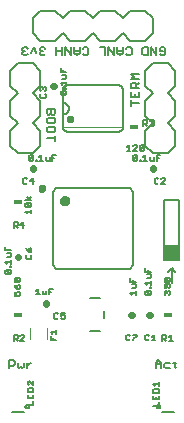
<source format=gto>
G04 EAGLE Gerber RS-274X export*
G75*
%MOMM*%
%FSLAX34Y34*%
%LPD*%
%INSilkscreen Top*%
%IPPOS*%
%AMOC8*
5,1,8,0,0,1.08239X$1,22.5*%
G01*
%ADD10C,0.127000*%
%ADD11C,0.406400*%
%ADD12C,0.203200*%
%ADD13C,0.558800*%
%ADD14R,0.762000X0.457200*%
%ADD15C,0.152400*%
%ADD16C,0.400000*%
%ADD17C,0.050800*%

G36*
X149295Y143837D02*
X149295Y143837D01*
X149361Y143839D01*
X149404Y143857D01*
X149451Y143865D01*
X149508Y143899D01*
X149568Y143924D01*
X149603Y143955D01*
X149644Y143980D01*
X149686Y144031D01*
X149734Y144075D01*
X149756Y144117D01*
X149785Y144154D01*
X149806Y144216D01*
X149837Y144275D01*
X149845Y144329D01*
X149857Y144366D01*
X149856Y144406D01*
X149864Y144460D01*
X149864Y157160D01*
X149853Y157225D01*
X149851Y157291D01*
X149833Y157334D01*
X149825Y157381D01*
X149791Y157438D01*
X149766Y157498D01*
X149735Y157533D01*
X149710Y157574D01*
X149659Y157616D01*
X149615Y157664D01*
X149573Y157686D01*
X149536Y157715D01*
X149474Y157736D01*
X149415Y157767D01*
X149361Y157775D01*
X149324Y157787D01*
X149284Y157786D01*
X149230Y157794D01*
X136530Y157794D01*
X136465Y157783D01*
X136399Y157781D01*
X136356Y157763D01*
X136309Y157755D01*
X136252Y157721D01*
X136192Y157696D01*
X136157Y157665D01*
X136116Y157640D01*
X136075Y157589D01*
X136026Y157545D01*
X136004Y157503D01*
X135975Y157466D01*
X135954Y157404D01*
X135923Y157345D01*
X135915Y157291D01*
X135903Y157254D01*
X135903Y157240D01*
X135903Y157239D01*
X135904Y157212D01*
X135896Y157160D01*
X135896Y144460D01*
X135907Y144395D01*
X135909Y144329D01*
X135927Y144286D01*
X135935Y144239D01*
X135969Y144182D01*
X135994Y144122D01*
X136025Y144087D01*
X136050Y144046D01*
X136101Y144005D01*
X136145Y143956D01*
X136187Y143934D01*
X136224Y143905D01*
X136286Y143884D01*
X136345Y143853D01*
X136399Y143845D01*
X136436Y143833D01*
X136476Y143834D01*
X136530Y143826D01*
X149230Y143826D01*
X149295Y143837D01*
G37*
D10*
X19050Y20638D02*
X19052Y20717D01*
X19058Y20796D01*
X19068Y20875D01*
X19081Y20953D01*
X19099Y21030D01*
X19121Y21106D01*
X19146Y21181D01*
X19175Y21255D01*
X19207Y21327D01*
X19243Y21397D01*
X19283Y21466D01*
X19326Y21533D01*
X19372Y21597D01*
X19422Y21659D01*
X19474Y21718D01*
X19529Y21775D01*
X19587Y21829D01*
X19648Y21880D01*
X19711Y21927D01*
X19776Y21972D01*
X19844Y22013D01*
X19914Y22051D01*
X19985Y22085D01*
X20058Y22116D01*
X20132Y22143D01*
X20208Y22167D01*
X20285Y22186D01*
X20362Y22202D01*
X20441Y22214D01*
X20519Y22222D01*
X20598Y22226D01*
X20678Y22226D01*
X20757Y22222D01*
X20835Y22214D01*
X20914Y22202D01*
X20991Y22186D01*
X21068Y22167D01*
X21144Y22143D01*
X21218Y22116D01*
X21291Y22085D01*
X21362Y22051D01*
X21432Y22013D01*
X21500Y21972D01*
X21565Y21927D01*
X21628Y21880D01*
X21689Y21829D01*
X21747Y21775D01*
X21802Y21718D01*
X21854Y21659D01*
X21904Y21597D01*
X21950Y21533D01*
X21993Y21466D01*
X22033Y21397D01*
X22069Y21327D01*
X22101Y21255D01*
X22130Y21181D01*
X22155Y21106D01*
X22177Y21030D01*
X22195Y20953D01*
X22208Y20875D01*
X22218Y20796D01*
X22224Y20717D01*
X22226Y20638D01*
X22224Y20559D01*
X22218Y20480D01*
X22208Y20401D01*
X22195Y20323D01*
X22177Y20246D01*
X22155Y20170D01*
X22130Y20095D01*
X22101Y20021D01*
X22069Y19949D01*
X22033Y19879D01*
X21993Y19810D01*
X21950Y19743D01*
X21904Y19679D01*
X21854Y19617D01*
X21802Y19558D01*
X21747Y19501D01*
X21689Y19447D01*
X21628Y19396D01*
X21565Y19349D01*
X21500Y19304D01*
X21432Y19263D01*
X21362Y19225D01*
X21291Y19191D01*
X21218Y19160D01*
X21144Y19133D01*
X21068Y19109D01*
X20991Y19090D01*
X20914Y19074D01*
X20835Y19062D01*
X20757Y19054D01*
X20678Y19050D01*
X20598Y19050D01*
X20519Y19054D01*
X20441Y19062D01*
X20362Y19074D01*
X20285Y19090D01*
X20208Y19109D01*
X20132Y19133D01*
X20058Y19160D01*
X19985Y19191D01*
X19914Y19225D01*
X19844Y19263D01*
X19776Y19304D01*
X19711Y19349D01*
X19648Y19396D01*
X19587Y19447D01*
X19529Y19501D01*
X19474Y19558D01*
X19422Y19617D01*
X19372Y19679D01*
X19326Y19743D01*
X19283Y19810D01*
X19243Y19879D01*
X19207Y19949D01*
X19175Y20021D01*
X19146Y20095D01*
X19121Y20170D01*
X19099Y20246D01*
X19081Y20323D01*
X19068Y20401D01*
X19058Y20480D01*
X19052Y20559D01*
X19050Y20638D01*
X130175Y20638D02*
X130177Y20717D01*
X130183Y20796D01*
X130193Y20875D01*
X130206Y20953D01*
X130224Y21030D01*
X130246Y21106D01*
X130271Y21181D01*
X130300Y21255D01*
X130332Y21327D01*
X130368Y21397D01*
X130408Y21466D01*
X130451Y21533D01*
X130497Y21597D01*
X130547Y21659D01*
X130599Y21718D01*
X130654Y21775D01*
X130712Y21829D01*
X130773Y21880D01*
X130836Y21927D01*
X130901Y21972D01*
X130969Y22013D01*
X131039Y22051D01*
X131110Y22085D01*
X131183Y22116D01*
X131257Y22143D01*
X131333Y22167D01*
X131410Y22186D01*
X131487Y22202D01*
X131566Y22214D01*
X131644Y22222D01*
X131723Y22226D01*
X131803Y22226D01*
X131882Y22222D01*
X131960Y22214D01*
X132039Y22202D01*
X132116Y22186D01*
X132193Y22167D01*
X132269Y22143D01*
X132343Y22116D01*
X132416Y22085D01*
X132487Y22051D01*
X132557Y22013D01*
X132625Y21972D01*
X132690Y21927D01*
X132753Y21880D01*
X132814Y21829D01*
X132872Y21775D01*
X132927Y21718D01*
X132979Y21659D01*
X133029Y21597D01*
X133075Y21533D01*
X133118Y21466D01*
X133158Y21397D01*
X133194Y21327D01*
X133226Y21255D01*
X133255Y21181D01*
X133280Y21106D01*
X133302Y21030D01*
X133320Y20953D01*
X133333Y20875D01*
X133343Y20796D01*
X133349Y20717D01*
X133351Y20638D01*
X133349Y20559D01*
X133343Y20480D01*
X133333Y20401D01*
X133320Y20323D01*
X133302Y20246D01*
X133280Y20170D01*
X133255Y20095D01*
X133226Y20021D01*
X133194Y19949D01*
X133158Y19879D01*
X133118Y19810D01*
X133075Y19743D01*
X133029Y19679D01*
X132979Y19617D01*
X132927Y19558D01*
X132872Y19501D01*
X132814Y19447D01*
X132753Y19396D01*
X132690Y19349D01*
X132625Y19304D01*
X132557Y19263D01*
X132487Y19225D01*
X132416Y19191D01*
X132343Y19160D01*
X132269Y19133D01*
X132193Y19109D01*
X132116Y19090D01*
X132039Y19074D01*
X131960Y19062D01*
X131882Y19054D01*
X131803Y19050D01*
X131723Y19050D01*
X131644Y19054D01*
X131566Y19062D01*
X131487Y19074D01*
X131410Y19090D01*
X131333Y19109D01*
X131257Y19133D01*
X131183Y19160D01*
X131110Y19191D01*
X131039Y19225D01*
X130969Y19263D01*
X130901Y19304D01*
X130836Y19349D01*
X130773Y19396D01*
X130712Y19447D01*
X130654Y19501D01*
X130599Y19558D01*
X130547Y19617D01*
X130497Y19679D01*
X130451Y19743D01*
X130408Y19810D01*
X130368Y19879D01*
X130332Y19949D01*
X130300Y20021D01*
X130271Y20095D01*
X130246Y20170D01*
X130224Y20246D01*
X130206Y20323D01*
X130193Y20401D01*
X130183Y20480D01*
X130177Y20559D01*
X130175Y20638D01*
X68958Y317939D02*
X67814Y319083D01*
X68958Y317939D02*
X71246Y317939D01*
X72390Y319083D01*
X72390Y323659D01*
X71246Y324803D01*
X68958Y324803D01*
X67814Y323659D01*
X64906Y324803D02*
X64906Y320227D01*
X62618Y317939D01*
X60330Y320227D01*
X60330Y324803D01*
X60330Y321371D02*
X64906Y321371D01*
X57422Y324803D02*
X57422Y317939D01*
X52846Y324803D01*
X52846Y317939D01*
X49938Y317939D02*
X49938Y324803D01*
X49938Y321371D02*
X45362Y321371D01*
X45362Y317939D02*
X45362Y324803D01*
X104327Y319083D02*
X105471Y317939D01*
X107759Y317939D01*
X108903Y319083D01*
X108903Y323659D01*
X107759Y324803D01*
X105471Y324803D01*
X104327Y323659D01*
X101418Y324803D02*
X101418Y320227D01*
X99130Y317939D01*
X96842Y320227D01*
X96842Y324803D01*
X96842Y321371D02*
X101418Y321371D01*
X93934Y324803D02*
X93934Y317939D01*
X89358Y324803D01*
X89358Y317939D01*
X86450Y317939D02*
X86450Y324803D01*
X81874Y324803D01*
X132902Y319083D02*
X134046Y317939D01*
X136334Y317939D01*
X137478Y319083D01*
X137478Y323659D01*
X136334Y324803D01*
X134046Y324803D01*
X132902Y323659D01*
X132902Y321371D01*
X135190Y321371D01*
X129993Y324803D02*
X129993Y317939D01*
X125417Y324803D01*
X125417Y317939D01*
X122509Y317939D02*
X122509Y324803D01*
X119077Y324803D01*
X117933Y323659D01*
X117933Y319083D01*
X119077Y317939D01*
X122509Y317939D01*
X115253Y277560D02*
X108389Y277560D01*
X108389Y275273D02*
X108389Y279848D01*
X108389Y282757D02*
X108389Y287333D01*
X108389Y282757D02*
X115253Y282757D01*
X115253Y287333D01*
X111821Y285045D02*
X111821Y282757D01*
X115253Y290241D02*
X108389Y290241D01*
X108389Y293673D01*
X109533Y294817D01*
X111821Y294817D01*
X112965Y293673D01*
X112965Y290241D01*
X112965Y292529D02*
X115253Y294817D01*
X115253Y297725D02*
X108389Y297725D01*
X110677Y300013D01*
X108389Y302301D01*
X115253Y302301D01*
X44011Y272415D02*
X37148Y272415D01*
X44011Y272415D02*
X44011Y268983D01*
X42867Y267839D01*
X41723Y267839D01*
X40579Y268983D01*
X39435Y267839D01*
X38291Y267839D01*
X37148Y268983D01*
X37148Y272415D01*
X40579Y272415D02*
X40579Y268983D01*
X44011Y263787D02*
X44011Y261499D01*
X44011Y263787D02*
X42867Y264931D01*
X38291Y264931D01*
X37148Y263787D01*
X37148Y261499D01*
X38291Y260355D01*
X42867Y260355D01*
X44011Y261499D01*
X44011Y256303D02*
X44011Y254015D01*
X44011Y256303D02*
X42867Y257447D01*
X38291Y257447D01*
X37148Y256303D01*
X37148Y254015D01*
X38291Y252871D01*
X42867Y252871D01*
X44011Y254015D01*
X44011Y247675D02*
X37148Y247675D01*
X44011Y249963D02*
X44011Y245387D01*
X5398Y59886D02*
X5398Y53023D01*
X5398Y59886D02*
X8829Y59886D01*
X9973Y58742D01*
X9973Y56454D01*
X8829Y55310D01*
X5398Y55310D01*
X12882Y54166D02*
X12882Y57598D01*
X12882Y54166D02*
X14026Y53023D01*
X15170Y54166D01*
X16314Y53023D01*
X17458Y54166D01*
X17458Y57598D01*
X20366Y57598D02*
X20366Y53023D01*
X20366Y55310D02*
X22654Y57598D01*
X23798Y57598D01*
X129223Y57598D02*
X129223Y53023D01*
X129223Y57598D02*
X131510Y59886D01*
X133798Y57598D01*
X133798Y53023D01*
X133798Y56454D02*
X129223Y56454D01*
X137851Y57598D02*
X141283Y57598D01*
X137851Y57598D02*
X136707Y56454D01*
X136707Y54166D01*
X137851Y53023D01*
X141283Y53023D01*
X145335Y54166D02*
X145335Y58742D01*
X145335Y54166D02*
X146479Y53023D01*
X146479Y57598D02*
X144191Y57598D01*
X34734Y317939D02*
X35878Y319083D01*
X34734Y317939D02*
X32446Y317939D01*
X31302Y319083D01*
X31302Y320227D01*
X32446Y321371D01*
X33590Y321371D01*
X32446Y321371D02*
X31302Y322515D01*
X31302Y323659D01*
X32446Y324803D01*
X34734Y324803D01*
X35878Y323659D01*
X28393Y320227D02*
X26105Y324803D01*
X23817Y320227D01*
X20909Y319083D02*
X19765Y317939D01*
X17477Y317939D01*
X16333Y319083D01*
X16333Y320227D01*
X17477Y321371D01*
X18621Y321371D01*
X17477Y321371D02*
X16333Y322515D01*
X16333Y323659D01*
X17477Y324803D01*
X19765Y324803D01*
X20909Y323659D01*
D11*
X31963Y205315D02*
X31965Y205378D01*
X31971Y205440D01*
X31981Y205502D01*
X31994Y205564D01*
X32012Y205624D01*
X32033Y205683D01*
X32058Y205741D01*
X32087Y205797D01*
X32119Y205851D01*
X32154Y205903D01*
X32192Y205952D01*
X32234Y206000D01*
X32278Y206044D01*
X32326Y206086D01*
X32375Y206124D01*
X32427Y206159D01*
X32481Y206191D01*
X32537Y206220D01*
X32595Y206245D01*
X32654Y206266D01*
X32714Y206284D01*
X32776Y206297D01*
X32838Y206307D01*
X32900Y206313D01*
X32963Y206315D01*
X33026Y206313D01*
X33088Y206307D01*
X33150Y206297D01*
X33212Y206284D01*
X33272Y206266D01*
X33331Y206245D01*
X33389Y206220D01*
X33445Y206191D01*
X33499Y206159D01*
X33551Y206124D01*
X33600Y206086D01*
X33648Y206044D01*
X33692Y206000D01*
X33734Y205952D01*
X33772Y205903D01*
X33807Y205851D01*
X33839Y205797D01*
X33868Y205741D01*
X33893Y205683D01*
X33914Y205624D01*
X33932Y205564D01*
X33945Y205502D01*
X33955Y205440D01*
X33961Y205378D01*
X33963Y205315D01*
X33961Y205252D01*
X33955Y205190D01*
X33945Y205128D01*
X33932Y205066D01*
X33914Y205006D01*
X33893Y204947D01*
X33868Y204889D01*
X33839Y204833D01*
X33807Y204779D01*
X33772Y204727D01*
X33734Y204678D01*
X33692Y204630D01*
X33648Y204586D01*
X33600Y204544D01*
X33551Y204506D01*
X33499Y204471D01*
X33445Y204439D01*
X33389Y204410D01*
X33331Y204385D01*
X33272Y204364D01*
X33212Y204346D01*
X33150Y204333D01*
X33088Y204323D01*
X33026Y204317D01*
X32963Y204315D01*
X32900Y204317D01*
X32838Y204323D01*
X32776Y204333D01*
X32714Y204346D01*
X32654Y204364D01*
X32595Y204385D01*
X32537Y204410D01*
X32481Y204439D01*
X32427Y204471D01*
X32375Y204506D01*
X32326Y204544D01*
X32278Y204586D01*
X32234Y204630D01*
X32192Y204678D01*
X32154Y204727D01*
X32119Y204779D01*
X32087Y204833D01*
X32058Y204889D01*
X32033Y204947D01*
X32012Y205006D01*
X31994Y205066D01*
X31981Y205128D01*
X31971Y205190D01*
X31965Y205252D01*
X31963Y205315D01*
X55775Y264053D02*
X55777Y264116D01*
X55783Y264178D01*
X55793Y264240D01*
X55806Y264302D01*
X55824Y264362D01*
X55845Y264421D01*
X55870Y264479D01*
X55899Y264535D01*
X55931Y264589D01*
X55966Y264641D01*
X56004Y264690D01*
X56046Y264738D01*
X56090Y264782D01*
X56138Y264824D01*
X56187Y264862D01*
X56239Y264897D01*
X56293Y264929D01*
X56349Y264958D01*
X56407Y264983D01*
X56466Y265004D01*
X56526Y265022D01*
X56588Y265035D01*
X56650Y265045D01*
X56712Y265051D01*
X56775Y265053D01*
X56838Y265051D01*
X56900Y265045D01*
X56962Y265035D01*
X57024Y265022D01*
X57084Y265004D01*
X57143Y264983D01*
X57201Y264958D01*
X57257Y264929D01*
X57311Y264897D01*
X57363Y264862D01*
X57412Y264824D01*
X57460Y264782D01*
X57504Y264738D01*
X57546Y264690D01*
X57584Y264641D01*
X57619Y264589D01*
X57651Y264535D01*
X57680Y264479D01*
X57705Y264421D01*
X57726Y264362D01*
X57744Y264302D01*
X57757Y264240D01*
X57767Y264178D01*
X57773Y264116D01*
X57775Y264053D01*
X57773Y263990D01*
X57767Y263928D01*
X57757Y263866D01*
X57744Y263804D01*
X57726Y263744D01*
X57705Y263685D01*
X57680Y263627D01*
X57651Y263571D01*
X57619Y263517D01*
X57584Y263465D01*
X57546Y263416D01*
X57504Y263368D01*
X57460Y263324D01*
X57412Y263282D01*
X57363Y263244D01*
X57311Y263209D01*
X57257Y263177D01*
X57201Y263148D01*
X57143Y263123D01*
X57084Y263102D01*
X57024Y263084D01*
X56962Y263071D01*
X56900Y263061D01*
X56838Y263055D01*
X56775Y263053D01*
X56712Y263055D01*
X56650Y263061D01*
X56588Y263071D01*
X56526Y263084D01*
X56466Y263102D01*
X56407Y263123D01*
X56349Y263148D01*
X56293Y263177D01*
X56239Y263209D01*
X56187Y263244D01*
X56138Y263282D01*
X56090Y263324D01*
X56046Y263368D01*
X56004Y263416D01*
X55966Y263465D01*
X55931Y263517D01*
X55899Y263571D01*
X55870Y263627D01*
X55845Y263685D01*
X55824Y263744D01*
X55806Y263804D01*
X55793Y263866D01*
X55783Y263928D01*
X55777Y263990D01*
X55775Y264053D01*
D12*
X73496Y84196D02*
X82084Y84196D01*
X82084Y112644D02*
X73496Y112644D01*
X85894Y101104D02*
X85894Y95736D01*
D10*
X134938Y15875D02*
X144463Y15875D01*
X132080Y21114D02*
X127250Y21114D01*
X132080Y21114D02*
X132080Y24334D01*
X127250Y26727D02*
X127250Y29947D01*
X127250Y26727D02*
X132080Y26727D01*
X132080Y29947D01*
X129665Y28337D02*
X129665Y26727D01*
X127250Y32340D02*
X132080Y32340D01*
X132080Y34755D01*
X131275Y35560D01*
X128055Y35560D01*
X127250Y34755D01*
X127250Y32340D01*
X128860Y37953D02*
X127250Y39563D01*
X132080Y39563D01*
X132080Y37953D02*
X132080Y41173D01*
D13*
X36510Y107645D02*
X36510Y108255D01*
D10*
X45751Y99763D02*
X46556Y98958D01*
X45751Y99763D02*
X44141Y99763D01*
X43336Y98958D01*
X43336Y95738D01*
X44141Y94933D01*
X45751Y94933D01*
X46556Y95738D01*
X48949Y99763D02*
X52169Y99763D01*
X48949Y99763D02*
X48949Y97348D01*
X50559Y98153D01*
X51364Y98153D01*
X52169Y97348D01*
X52169Y95738D01*
X51364Y94933D01*
X49754Y94933D01*
X48949Y95738D01*
X27926Y118727D02*
X29536Y120337D01*
X29536Y115507D01*
X27926Y115507D02*
X31146Y115507D01*
X33539Y116312D02*
X33539Y118727D01*
X33539Y116312D02*
X34344Y115507D01*
X36759Y115507D01*
X36759Y118727D01*
X39152Y120337D02*
X39152Y115507D01*
X39152Y120337D02*
X42372Y120337D01*
X40762Y117922D02*
X39152Y117922D01*
D13*
X108435Y98420D02*
X109045Y98420D01*
D10*
X106869Y81501D02*
X107674Y80696D01*
X106869Y81501D02*
X105259Y81501D01*
X104454Y80696D01*
X104454Y77476D01*
X105259Y76671D01*
X106869Y76671D01*
X107674Y77476D01*
X110067Y81501D02*
X113287Y81501D01*
X113287Y80696D01*
X110067Y77476D01*
X110067Y76671D01*
X109076Y115236D02*
X107466Y116846D01*
X112296Y116846D01*
X112296Y115236D02*
X112296Y118456D01*
X111491Y120849D02*
X109076Y120849D01*
X111491Y120849D02*
X112296Y121654D01*
X112296Y124069D01*
X109076Y124069D01*
X107466Y126462D02*
X112296Y126462D01*
X107466Y126462D02*
X107466Y129682D01*
X109881Y128072D02*
X109881Y126462D01*
D14*
X139700Y98420D03*
D10*
X134824Y81279D02*
X134824Y76449D01*
X134824Y81279D02*
X137239Y81279D01*
X138044Y80474D01*
X138044Y78864D01*
X137239Y78059D01*
X134824Y78059D01*
X136434Y78059D02*
X138044Y76449D01*
X140437Y79669D02*
X142047Y81279D01*
X142047Y76449D01*
X140437Y76449D02*
X143657Y76449D01*
X137643Y115236D02*
X136838Y116041D01*
X136838Y117651D01*
X137643Y118456D01*
X138448Y118456D01*
X139253Y117651D01*
X139253Y116846D01*
X139253Y117651D02*
X140058Y118456D01*
X140864Y118456D01*
X141669Y117651D01*
X141669Y116041D01*
X140864Y115236D01*
X140864Y120849D02*
X141669Y121654D01*
X141669Y123264D01*
X140864Y124069D01*
X137643Y124069D01*
X136838Y123264D01*
X136838Y121654D01*
X137643Y120849D01*
X138448Y120849D01*
X139253Y121654D01*
X139253Y124069D01*
X140864Y126462D02*
X137643Y126462D01*
X136838Y127267D01*
X136838Y128877D01*
X137643Y129682D01*
X140864Y129682D01*
X141669Y128877D01*
X141669Y127267D01*
X140864Y126462D01*
X137643Y129682D01*
D13*
X127000Y221945D02*
X127000Y222555D01*
D10*
X130889Y213840D02*
X131694Y213035D01*
X130889Y213840D02*
X129279Y213840D01*
X128474Y213035D01*
X128474Y209815D01*
X129279Y209010D01*
X130889Y209010D01*
X131694Y209815D01*
X134087Y209010D02*
X137307Y209010D01*
X134087Y209010D02*
X137307Y212230D01*
X137307Y213035D01*
X136502Y213840D01*
X134892Y213840D01*
X134087Y213035D01*
X110490Y229723D02*
X110490Y232943D01*
X111295Y233748D01*
X112905Y233748D01*
X113710Y232943D01*
X113710Y229723D01*
X112905Y228918D01*
X111295Y228918D01*
X110490Y229723D01*
X113710Y232943D01*
X116103Y229723D02*
X116103Y228918D01*
X116103Y229723D02*
X116908Y229723D01*
X116908Y228918D01*
X116103Y228918D01*
X118910Y232138D02*
X120520Y233748D01*
X120520Y228918D01*
X118910Y228918D02*
X122130Y228918D01*
X124523Y229723D02*
X124523Y232138D01*
X124523Y229723D02*
X125328Y228918D01*
X127743Y228918D01*
X127743Y232138D01*
X130136Y233748D02*
X130136Y228918D01*
X130136Y233748D02*
X133356Y233748D01*
X131746Y231333D02*
X130136Y231333D01*
D13*
X124125Y98420D02*
X123515Y98420D01*
D10*
X122743Y81501D02*
X123548Y80696D01*
X122743Y81501D02*
X121133Y81501D01*
X120328Y80696D01*
X120328Y77476D01*
X121133Y76671D01*
X122743Y76671D01*
X123548Y77476D01*
X125941Y79891D02*
X127551Y81501D01*
X127551Y76671D01*
X125941Y76671D02*
X129161Y76671D01*
X124285Y115248D02*
X121065Y115248D01*
X120260Y116053D01*
X120260Y117663D01*
X121065Y118468D01*
X124285Y118468D01*
X125090Y117663D01*
X125090Y116053D01*
X124285Y115248D01*
X121065Y118468D01*
X124285Y120861D02*
X125090Y120861D01*
X124285Y120861D02*
X124285Y121666D01*
X125090Y121666D01*
X125090Y120861D01*
X121870Y123667D02*
X120260Y125277D01*
X125090Y125277D01*
X125090Y123667D02*
X125090Y126887D01*
X124285Y129280D02*
X121870Y129280D01*
X124285Y129280D02*
X125090Y130085D01*
X125090Y132500D01*
X121870Y132500D01*
X120260Y134893D02*
X125090Y134893D01*
X120260Y134893D02*
X120260Y138113D01*
X122675Y136503D02*
X122675Y134893D01*
D15*
X107200Y137450D02*
X45200Y137450D01*
X110200Y140450D02*
X110200Y202450D01*
X107200Y205450D02*
X45200Y205450D01*
X42200Y202450D01*
X42200Y140450D01*
X45200Y137450D01*
X107200Y137450D02*
X110200Y140450D01*
X110200Y202450D02*
X107200Y205450D01*
D16*
X50200Y194950D02*
X50202Y195039D01*
X50208Y195128D01*
X50218Y195217D01*
X50232Y195305D01*
X50249Y195392D01*
X50271Y195478D01*
X50297Y195564D01*
X50326Y195648D01*
X50359Y195731D01*
X50395Y195812D01*
X50436Y195892D01*
X50479Y195969D01*
X50526Y196045D01*
X50577Y196118D01*
X50630Y196189D01*
X50687Y196258D01*
X50747Y196324D01*
X50810Y196388D01*
X50875Y196448D01*
X50943Y196506D01*
X51014Y196560D01*
X51087Y196611D01*
X51162Y196659D01*
X51239Y196704D01*
X51318Y196745D01*
X51399Y196782D01*
X51481Y196816D01*
X51565Y196847D01*
X51650Y196873D01*
X51736Y196896D01*
X51823Y196914D01*
X51911Y196929D01*
X52000Y196940D01*
X52089Y196947D01*
X52178Y196950D01*
X52267Y196949D01*
X52356Y196944D01*
X52444Y196935D01*
X52533Y196922D01*
X52620Y196905D01*
X52707Y196885D01*
X52793Y196860D01*
X52877Y196832D01*
X52960Y196800D01*
X53042Y196764D01*
X53122Y196725D01*
X53200Y196682D01*
X53276Y196636D01*
X53350Y196586D01*
X53422Y196533D01*
X53491Y196477D01*
X53558Y196418D01*
X53622Y196356D01*
X53683Y196292D01*
X53742Y196224D01*
X53797Y196154D01*
X53849Y196082D01*
X53898Y196007D01*
X53943Y195931D01*
X53985Y195852D01*
X54023Y195772D01*
X54058Y195690D01*
X54089Y195606D01*
X54117Y195521D01*
X54140Y195435D01*
X54160Y195348D01*
X54176Y195261D01*
X54188Y195172D01*
X54196Y195084D01*
X54200Y194995D01*
X54200Y194905D01*
X54196Y194816D01*
X54188Y194728D01*
X54176Y194639D01*
X54160Y194552D01*
X54140Y194465D01*
X54117Y194379D01*
X54089Y194294D01*
X54058Y194210D01*
X54023Y194128D01*
X53985Y194048D01*
X53943Y193969D01*
X53898Y193893D01*
X53849Y193818D01*
X53797Y193746D01*
X53742Y193676D01*
X53683Y193608D01*
X53622Y193544D01*
X53558Y193482D01*
X53491Y193423D01*
X53422Y193367D01*
X53350Y193314D01*
X53276Y193264D01*
X53200Y193218D01*
X53122Y193175D01*
X53042Y193136D01*
X52960Y193100D01*
X52877Y193068D01*
X52793Y193040D01*
X52707Y193015D01*
X52620Y192995D01*
X52533Y192978D01*
X52444Y192965D01*
X52356Y192956D01*
X52267Y192951D01*
X52178Y192950D01*
X52089Y192953D01*
X52000Y192960D01*
X51911Y192971D01*
X51823Y192986D01*
X51736Y193004D01*
X51650Y193027D01*
X51565Y193053D01*
X51481Y193084D01*
X51399Y193118D01*
X51318Y193155D01*
X51239Y193196D01*
X51162Y193241D01*
X51087Y193289D01*
X51014Y193340D01*
X50943Y193394D01*
X50875Y193452D01*
X50810Y193512D01*
X50747Y193576D01*
X50687Y193642D01*
X50630Y193711D01*
X50577Y193782D01*
X50526Y193855D01*
X50479Y193931D01*
X50436Y194008D01*
X50395Y194088D01*
X50359Y194169D01*
X50326Y194252D01*
X50297Y194336D01*
X50271Y194422D01*
X50249Y194508D01*
X50232Y194595D01*
X50218Y194683D01*
X50208Y194772D01*
X50202Y194861D01*
X50200Y194950D01*
D10*
X136530Y144460D02*
X149230Y144460D01*
X136530Y144460D02*
X136530Y195260D01*
X149230Y195260D01*
X149230Y144460D01*
X142880Y138110D02*
X142880Y125410D01*
X139705Y134935D02*
X142880Y138110D01*
X146055Y134935D01*
X17463Y15875D02*
X7938Y15875D01*
X20887Y21908D02*
X25718Y21908D01*
X25718Y25128D01*
X20887Y27521D02*
X20887Y30741D01*
X20887Y27521D02*
X25718Y27521D01*
X25718Y30741D01*
X23302Y29131D02*
X23302Y27521D01*
X20887Y33134D02*
X25718Y33134D01*
X25718Y35549D01*
X24913Y36354D01*
X21692Y36354D01*
X20887Y35549D01*
X20887Y33134D01*
X25718Y38747D02*
X25718Y41967D01*
X25718Y38747D02*
X22497Y41967D01*
X21692Y41967D01*
X20887Y41162D01*
X20887Y39552D01*
X21692Y38747D01*
D14*
X12700Y98420D03*
D10*
X9208Y81343D02*
X9208Y76513D01*
X9208Y81343D02*
X11623Y81343D01*
X12428Y80538D01*
X12428Y78928D01*
X11623Y78123D01*
X9208Y78123D01*
X10818Y78123D02*
X12428Y76513D01*
X14821Y76513D02*
X18041Y76513D01*
X14821Y76513D02*
X18041Y79733D01*
X18041Y80538D01*
X17236Y81343D01*
X15626Y81343D01*
X14821Y80538D01*
X9838Y114601D02*
X9838Y117821D01*
X9838Y114601D02*
X12253Y114601D01*
X11448Y116211D01*
X11448Y117016D01*
X12253Y117821D01*
X13864Y117821D01*
X14669Y117016D01*
X14669Y115406D01*
X13864Y114601D01*
X10643Y121824D02*
X9838Y123434D01*
X10643Y121824D02*
X12253Y120214D01*
X13864Y120214D01*
X14669Y121019D01*
X14669Y122629D01*
X13864Y123434D01*
X13058Y123434D01*
X12253Y122629D01*
X12253Y120214D01*
X13864Y125827D02*
X10643Y125827D01*
X9838Y126632D01*
X9838Y128242D01*
X10643Y129047D01*
X13864Y129047D01*
X14669Y128242D01*
X14669Y126632D01*
X13864Y125827D01*
X10643Y129047D01*
D13*
X42555Y292100D02*
X43165Y292100D01*
D10*
X32167Y285478D02*
X31362Y284673D01*
X31362Y283063D01*
X32167Y282258D01*
X35388Y282258D01*
X36193Y283063D01*
X36193Y284673D01*
X35388Y285478D01*
X32167Y287871D02*
X31362Y288676D01*
X31362Y290286D01*
X32167Y291091D01*
X32972Y291091D01*
X33777Y290286D01*
X33777Y289481D01*
X33777Y290286D02*
X34582Y291091D01*
X35388Y291091D01*
X36193Y290286D01*
X36193Y288676D01*
X35388Y287871D01*
X49630Y284163D02*
X52850Y284163D01*
X49630Y284163D02*
X48825Y284968D01*
X48825Y286578D01*
X49630Y287383D01*
X52850Y287383D01*
X53655Y286578D01*
X53655Y284968D01*
X52850Y284163D01*
X49630Y287383D01*
X52850Y289776D02*
X53655Y289776D01*
X52850Y289776D02*
X52850Y290581D01*
X53655Y290581D01*
X53655Y289776D01*
X50435Y292582D02*
X48825Y294192D01*
X53655Y294192D01*
X53655Y292582D02*
X53655Y295802D01*
X52850Y298195D02*
X50435Y298195D01*
X52850Y298195D02*
X53655Y299000D01*
X53655Y301415D01*
X50435Y301415D01*
X48825Y303808D02*
X53655Y303808D01*
X48825Y303808D02*
X48825Y307028D01*
X51240Y305418D02*
X51240Y303808D01*
D14*
X111120Y257180D03*
D10*
X118944Y258387D02*
X118944Y263217D01*
X121359Y263217D01*
X122164Y262412D01*
X122164Y260802D01*
X121359Y259997D01*
X118944Y259997D01*
X120554Y259997D02*
X122164Y258387D01*
X124557Y262412D02*
X125362Y263217D01*
X126972Y263217D01*
X127777Y262412D01*
X127777Y261607D01*
X126972Y260802D01*
X126167Y260802D01*
X126972Y260802D02*
X127777Y259997D01*
X127777Y259192D01*
X126972Y258387D01*
X125362Y258387D01*
X124557Y259192D01*
X106380Y241690D02*
X104770Y240080D01*
X106380Y241690D02*
X106380Y236860D01*
X104770Y236860D02*
X107990Y236860D01*
X110383Y236860D02*
X113603Y236860D01*
X110383Y236860D02*
X113603Y240080D01*
X113603Y240885D01*
X112798Y241690D01*
X111188Y241690D01*
X110383Y240885D01*
X115996Y240885D02*
X115996Y237665D01*
X115996Y240885D02*
X116801Y241690D01*
X118411Y241690D01*
X119216Y240885D01*
X119216Y237665D01*
X118411Y236860D01*
X116801Y236860D01*
X115996Y237665D01*
X119216Y240885D01*
D13*
X25400Y222555D02*
X25400Y221945D01*
D10*
X19764Y213999D02*
X20569Y213194D01*
X19764Y213999D02*
X18154Y213999D01*
X17349Y213194D01*
X17349Y209974D01*
X18154Y209169D01*
X19764Y209169D01*
X20569Y209974D01*
X25377Y209169D02*
X25377Y213999D01*
X22962Y211584D01*
X26182Y211584D01*
X22225Y229723D02*
X22225Y232943D01*
X23030Y233748D01*
X24640Y233748D01*
X25445Y232943D01*
X25445Y229723D01*
X24640Y228918D01*
X23030Y228918D01*
X22225Y229723D01*
X25445Y232943D01*
X27838Y229723D02*
X27838Y228918D01*
X27838Y229723D02*
X28643Y229723D01*
X28643Y228918D01*
X27838Y228918D01*
X30645Y232138D02*
X32255Y233748D01*
X32255Y228918D01*
X30645Y228918D02*
X33865Y228918D01*
X36258Y229723D02*
X36258Y232138D01*
X36258Y229723D02*
X37063Y228918D01*
X39478Y228918D01*
X39478Y232138D01*
X41871Y233748D02*
X41871Y228918D01*
X41871Y233748D02*
X45091Y233748D01*
X43481Y231333D02*
X41871Y231333D01*
D13*
X13005Y147640D02*
X12395Y147640D01*
D10*
X19363Y148354D02*
X20168Y149159D01*
X19363Y148354D02*
X19363Y146744D01*
X20168Y145939D01*
X23389Y145939D01*
X24194Y146744D01*
X24194Y148354D01*
X23389Y149159D01*
X20168Y153162D02*
X19363Y154772D01*
X20168Y153162D02*
X21778Y151552D01*
X23389Y151552D01*
X24194Y152357D01*
X24194Y153967D01*
X23389Y154772D01*
X22583Y154772D01*
X21778Y153967D01*
X21778Y151552D01*
X5926Y133176D02*
X2706Y133176D01*
X1901Y133981D01*
X1901Y135591D01*
X2706Y136396D01*
X5926Y136396D01*
X6731Y135591D01*
X6731Y133981D01*
X5926Y133176D01*
X2706Y136396D01*
X5926Y138789D02*
X6731Y138789D01*
X5926Y138789D02*
X5926Y139594D01*
X6731Y139594D01*
X6731Y138789D01*
X3511Y141596D02*
X1901Y143206D01*
X6731Y143206D01*
X6731Y141596D02*
X6731Y144816D01*
X5926Y147209D02*
X3511Y147209D01*
X5926Y147209D02*
X6731Y148014D01*
X6731Y150429D01*
X3511Y150429D01*
X1901Y152822D02*
X6731Y152822D01*
X1901Y152822D02*
X1901Y156042D01*
X4316Y154432D02*
X4316Y152822D01*
D14*
X12700Y193680D03*
D10*
X9208Y176603D02*
X9208Y171773D01*
X9208Y176603D02*
X11623Y176603D01*
X12428Y175798D01*
X12428Y174188D01*
X11623Y173383D01*
X9208Y173383D01*
X10818Y173383D02*
X12428Y171773D01*
X17236Y171773D02*
X17236Y176603D01*
X14821Y174188D01*
X18041Y174188D01*
X20275Y184155D02*
X18665Y185765D01*
X23495Y185765D01*
X23495Y184155D02*
X23495Y187375D01*
X22690Y189768D02*
X19470Y189768D01*
X18665Y190573D01*
X18665Y192183D01*
X19470Y192988D01*
X22690Y192988D01*
X23495Y192183D01*
X23495Y190573D01*
X22690Y189768D01*
X19470Y192988D01*
X18665Y195381D02*
X23495Y195381D01*
X21885Y195381D02*
X23495Y197796D01*
X21885Y195381D02*
X20275Y197796D01*
D17*
X37660Y87550D02*
X37660Y77550D01*
X22660Y77550D02*
X22660Y87550D01*
D10*
X40316Y76721D02*
X45146Y76721D01*
X40316Y76721D02*
X40316Y79941D01*
X42731Y78331D02*
X42731Y76721D01*
X41926Y82334D02*
X40316Y83944D01*
X45146Y83944D01*
X45146Y82334D02*
X45146Y85554D01*
D12*
X107950Y355600D02*
X120650Y355600D01*
X127000Y349250D01*
X127000Y336550D02*
X120650Y330200D01*
X82550Y355600D02*
X76200Y349250D01*
X82550Y355600D02*
X95250Y355600D01*
X101600Y349250D01*
X101600Y336550D02*
X95250Y330200D01*
X82550Y330200D01*
X76200Y336550D01*
X101600Y349250D02*
X107950Y355600D01*
X101600Y336550D02*
X107950Y330200D01*
X120650Y330200D01*
X44450Y355600D02*
X31750Y355600D01*
X44450Y355600D02*
X50800Y349250D01*
X50800Y336550D02*
X44450Y330200D01*
X50800Y349250D02*
X57150Y355600D01*
X69850Y355600D01*
X76200Y349250D01*
X76200Y336550D02*
X69850Y330200D01*
X57150Y330200D01*
X50800Y336550D01*
X25400Y336550D02*
X25400Y349250D01*
X31750Y355600D01*
X25400Y336550D02*
X31750Y330200D01*
X44450Y330200D01*
X127000Y336550D02*
X127000Y349250D01*
X12700Y285750D02*
X6350Y292100D01*
X6350Y304800D01*
X12700Y311150D01*
X25400Y311150D02*
X31750Y304800D01*
X31750Y292100D01*
X25400Y285750D01*
X6350Y254000D02*
X6350Y241300D01*
X6350Y254000D02*
X12700Y260350D01*
X25400Y260350D02*
X31750Y254000D01*
X12700Y260350D02*
X6350Y266700D01*
X6350Y279400D01*
X12700Y285750D01*
X25400Y285750D02*
X31750Y279400D01*
X31750Y266700D01*
X25400Y260350D01*
X25400Y234950D02*
X12700Y234950D01*
X6350Y241300D01*
X25400Y234950D02*
X31750Y241300D01*
X31750Y254000D01*
X25400Y311150D02*
X12700Y311150D01*
X120650Y292100D02*
X127000Y285750D01*
X120650Y292100D02*
X120650Y304800D01*
X127000Y311150D01*
X139700Y311150D02*
X146050Y304800D01*
X146050Y292100D01*
X139700Y285750D01*
X120650Y254000D02*
X120650Y241300D01*
X120650Y254000D02*
X127000Y260350D01*
X139700Y260350D02*
X146050Y254000D01*
X127000Y260350D02*
X120650Y266700D01*
X120650Y279400D01*
X127000Y285750D01*
X139700Y285750D02*
X146050Y279400D01*
X146050Y266700D01*
X139700Y260350D01*
X139700Y234950D02*
X127000Y234950D01*
X120650Y241300D01*
X139700Y234950D02*
X146050Y241300D01*
X146050Y254000D01*
X139700Y311150D02*
X127000Y311150D01*
D15*
X97790Y292608D02*
X54610Y292608D01*
X97790Y253492D02*
X97912Y253494D01*
X98034Y253500D01*
X98156Y253510D01*
X98277Y253523D01*
X98398Y253541D01*
X98518Y253562D01*
X98638Y253588D01*
X98756Y253617D01*
X98874Y253649D01*
X98991Y253686D01*
X99106Y253726D01*
X99220Y253770D01*
X99332Y253818D01*
X99443Y253869D01*
X99552Y253924D01*
X99660Y253982D01*
X99765Y254044D01*
X99868Y254109D01*
X99970Y254177D01*
X100069Y254249D01*
X100165Y254323D01*
X100260Y254401D01*
X100351Y254482D01*
X100441Y254565D01*
X100527Y254651D01*
X100610Y254741D01*
X100691Y254832D01*
X100769Y254927D01*
X100843Y255023D01*
X100915Y255122D01*
X100983Y255224D01*
X101048Y255327D01*
X101110Y255432D01*
X101168Y255540D01*
X101223Y255649D01*
X101274Y255760D01*
X101322Y255872D01*
X101366Y255986D01*
X101406Y256101D01*
X101443Y256218D01*
X101475Y256336D01*
X101504Y256454D01*
X101530Y256574D01*
X101551Y256694D01*
X101569Y256815D01*
X101582Y256936D01*
X101592Y257058D01*
X101598Y257180D01*
X101600Y257302D01*
X54610Y292608D02*
X54488Y292606D01*
X54366Y292600D01*
X54244Y292590D01*
X54123Y292577D01*
X54002Y292559D01*
X53882Y292538D01*
X53762Y292512D01*
X53644Y292483D01*
X53526Y292451D01*
X53409Y292414D01*
X53294Y292374D01*
X53180Y292330D01*
X53068Y292282D01*
X52957Y292231D01*
X52848Y292176D01*
X52740Y292118D01*
X52635Y292056D01*
X52532Y291991D01*
X52430Y291923D01*
X52331Y291851D01*
X52235Y291777D01*
X52140Y291699D01*
X52049Y291618D01*
X51959Y291535D01*
X51873Y291449D01*
X51790Y291359D01*
X51709Y291268D01*
X51631Y291173D01*
X51557Y291077D01*
X51485Y290978D01*
X51417Y290876D01*
X51352Y290773D01*
X51290Y290668D01*
X51232Y290560D01*
X51177Y290451D01*
X51126Y290340D01*
X51078Y290228D01*
X51034Y290114D01*
X50994Y289999D01*
X50957Y289882D01*
X50925Y289764D01*
X50896Y289646D01*
X50870Y289526D01*
X50849Y289406D01*
X50831Y289285D01*
X50818Y289164D01*
X50808Y289042D01*
X50802Y288920D01*
X50800Y288798D01*
X97790Y292608D02*
X97912Y292606D01*
X98034Y292600D01*
X98156Y292590D01*
X98277Y292577D01*
X98398Y292559D01*
X98518Y292538D01*
X98638Y292512D01*
X98756Y292483D01*
X98874Y292451D01*
X98991Y292414D01*
X99106Y292374D01*
X99220Y292330D01*
X99332Y292282D01*
X99443Y292231D01*
X99552Y292176D01*
X99660Y292118D01*
X99765Y292056D01*
X99868Y291991D01*
X99970Y291923D01*
X100069Y291851D01*
X100165Y291777D01*
X100260Y291699D01*
X100351Y291618D01*
X100441Y291535D01*
X100527Y291449D01*
X100610Y291359D01*
X100691Y291268D01*
X100769Y291173D01*
X100843Y291077D01*
X100915Y290978D01*
X100983Y290876D01*
X101048Y290773D01*
X101110Y290668D01*
X101168Y290560D01*
X101223Y290451D01*
X101274Y290340D01*
X101322Y290228D01*
X101366Y290114D01*
X101406Y289999D01*
X101443Y289882D01*
X101475Y289764D01*
X101504Y289646D01*
X101530Y289526D01*
X101551Y289406D01*
X101569Y289285D01*
X101582Y289164D01*
X101592Y289042D01*
X101598Y288920D01*
X101600Y288798D01*
X54610Y253492D02*
X54488Y253494D01*
X54366Y253500D01*
X54244Y253510D01*
X54123Y253523D01*
X54002Y253541D01*
X53882Y253562D01*
X53762Y253588D01*
X53644Y253617D01*
X53526Y253649D01*
X53409Y253686D01*
X53294Y253726D01*
X53180Y253770D01*
X53068Y253818D01*
X52957Y253869D01*
X52848Y253924D01*
X52740Y253982D01*
X52635Y254044D01*
X52532Y254109D01*
X52430Y254177D01*
X52331Y254249D01*
X52235Y254323D01*
X52140Y254401D01*
X52049Y254482D01*
X51959Y254565D01*
X51873Y254651D01*
X51790Y254741D01*
X51709Y254832D01*
X51631Y254927D01*
X51557Y255023D01*
X51485Y255122D01*
X51417Y255224D01*
X51352Y255327D01*
X51290Y255432D01*
X51232Y255540D01*
X51177Y255649D01*
X51126Y255760D01*
X51078Y255872D01*
X51034Y255986D01*
X50994Y256101D01*
X50957Y256218D01*
X50925Y256336D01*
X50896Y256454D01*
X50870Y256574D01*
X50849Y256694D01*
X50831Y256815D01*
X50818Y256936D01*
X50808Y257058D01*
X50802Y257180D01*
X50800Y257302D01*
X54610Y253492D02*
X97790Y253492D01*
X101600Y257302D02*
X101600Y288798D01*
X50800Y288798D02*
X50800Y278130D01*
X50800Y267970D01*
X50800Y257302D01*
X50800Y267970D02*
X50941Y267972D01*
X51082Y267978D01*
X51223Y267988D01*
X51364Y268001D01*
X51504Y268019D01*
X51643Y268041D01*
X51782Y268066D01*
X51921Y268095D01*
X52058Y268128D01*
X52194Y268165D01*
X52329Y268206D01*
X52464Y268250D01*
X52596Y268298D01*
X52728Y268350D01*
X52858Y268405D01*
X52986Y268464D01*
X53113Y268527D01*
X53237Y268593D01*
X53360Y268662D01*
X53481Y268735D01*
X53600Y268811D01*
X53717Y268891D01*
X53831Y268974D01*
X53944Y269059D01*
X54053Y269148D01*
X54161Y269240D01*
X54265Y269335D01*
X54367Y269433D01*
X54466Y269534D01*
X54563Y269637D01*
X54656Y269743D01*
X54746Y269851D01*
X54834Y269962D01*
X54918Y270075D01*
X54999Y270191D01*
X55077Y270309D01*
X55152Y270429D01*
X55223Y270551D01*
X55291Y270675D01*
X55355Y270801D01*
X55416Y270928D01*
X55473Y271057D01*
X55526Y271188D01*
X55576Y271320D01*
X55623Y271453D01*
X55665Y271588D01*
X55704Y271724D01*
X55739Y271861D01*
X55770Y271998D01*
X55797Y272137D01*
X55821Y272276D01*
X55840Y272416D01*
X55856Y272556D01*
X55868Y272697D01*
X55876Y272838D01*
X55880Y272979D01*
X55880Y273121D01*
X55876Y273262D01*
X55868Y273403D01*
X55856Y273544D01*
X55840Y273684D01*
X55821Y273824D01*
X55797Y273963D01*
X55770Y274102D01*
X55739Y274239D01*
X55704Y274376D01*
X55665Y274512D01*
X55623Y274647D01*
X55576Y274780D01*
X55526Y274912D01*
X55473Y275043D01*
X55416Y275172D01*
X55355Y275299D01*
X55291Y275425D01*
X55223Y275549D01*
X55152Y275671D01*
X55077Y275791D01*
X54999Y275909D01*
X54918Y276025D01*
X54834Y276138D01*
X54746Y276249D01*
X54656Y276357D01*
X54563Y276463D01*
X54466Y276566D01*
X54367Y276667D01*
X54265Y276765D01*
X54161Y276860D01*
X54053Y276952D01*
X53944Y277041D01*
X53831Y277126D01*
X53717Y277209D01*
X53600Y277289D01*
X53481Y277365D01*
X53360Y277438D01*
X53237Y277507D01*
X53113Y277573D01*
X52986Y277636D01*
X52858Y277695D01*
X52728Y277750D01*
X52596Y277802D01*
X52464Y277850D01*
X52329Y277894D01*
X52194Y277935D01*
X52058Y277972D01*
X51921Y278005D01*
X51782Y278034D01*
X51643Y278059D01*
X51504Y278081D01*
X51364Y278099D01*
X51223Y278112D01*
X51082Y278122D01*
X50941Y278128D01*
X50800Y278130D01*
D17*
X50800Y257048D02*
X101600Y257048D01*
M02*

</source>
